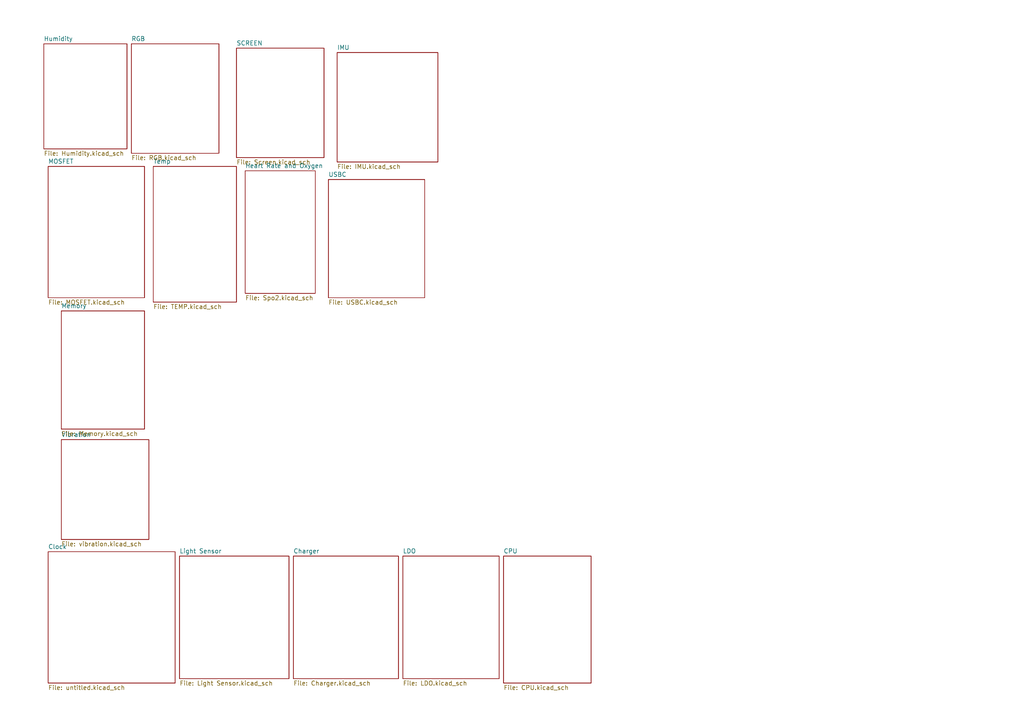
<source format=kicad_sch>
(kicad_sch
	(version 20250114)
	(generator "eeschema")
	(generator_version "9.0")
	(uuid "52181fb0-1be8-41da-83b2-7d5a62778ff4")
	(paper "A4")
	(lib_symbols)
	(sheet
		(at 44.45 48.26)
		(size 24.13 39.37)
		(exclude_from_sim no)
		(in_bom yes)
		(on_board yes)
		(dnp no)
		(fields_autoplaced yes)
		(stroke
			(width 0.1524)
			(type solid)
		)
		(fill
			(color 0 0 0 0.0000)
		)
		(uuid "01b5dd88-d733-4c4b-897c-9901ed06fbc3")
		(property "Sheetname" "Temp"
			(at 44.45 47.5484 0)
			(effects
				(font
					(size 1.27 1.27)
				)
				(justify left bottom)
			)
		)
		(property "Sheetfile" "TEMP.kicad_sch"
			(at 44.45 88.2146 0)
			(effects
				(font
					(size 1.27 1.27)
				)
				(justify left top)
			)
		)
		(instances
			(project "Smarter Watch Stuff"
				(path "/52181fb0-1be8-41da-83b2-7d5a62778ff4"
					(page "10")
				)
			)
		)
	)
	(sheet
		(at 13.97 160.02)
		(size 36.83 38.1)
		(exclude_from_sim no)
		(in_bom yes)
		(on_board yes)
		(dnp no)
		(fields_autoplaced yes)
		(stroke
			(width 0.1524)
			(type solid)
		)
		(fill
			(color 0 0 0 0.0000)
		)
		(uuid "2f0b09c8-b4cf-4f8b-b6e9-0daae63785e2")
		(property "Sheetname" "Clock"
			(at 13.97 159.3084 0)
			(effects
				(font
					(size 1.27 1.27)
				)
				(justify left bottom)
			)
		)
		(property "Sheetfile" "untitled.kicad_sch"
			(at 13.97 198.7046 0)
			(effects
				(font
					(size 1.27 1.27)
				)
				(justify left top)
			)
		)
		(instances
			(project "Smarter Watch Stuff"
				(path "/52181fb0-1be8-41da-83b2-7d5a62778ff4"
					(page "2")
				)
			)
		)
	)
	(sheet
		(at 12.7 12.7)
		(size 24.13 30.48)
		(exclude_from_sim no)
		(in_bom yes)
		(on_board yes)
		(dnp no)
		(fields_autoplaced yes)
		(stroke
			(width 0.1524)
			(type solid)
		)
		(fill
			(color 0 0 0 0.0000)
		)
		(uuid "32cbc301-99d8-4fa0-b16c-40efe0d038ae")
		(property "Sheetname" "Humidity"
			(at 12.7 11.9884 0)
			(effects
				(font
					(size 1.27 1.27)
				)
				(justify left bottom)
			)
		)
		(property "Sheetfile" "Humidity.kicad_sch"
			(at 12.7 43.7646 0)
			(effects
				(font
					(size 1.27 1.27)
				)
				(justify left top)
			)
		)
		(instances
			(project "Smarter Watch Stuff"
				(path "/52181fb0-1be8-41da-83b2-7d5a62778ff4"
					(page "7")
				)
			)
		)
	)
	(sheet
		(at 17.78 127.508)
		(size 25.4 28.956)
		(exclude_from_sim no)
		(in_bom yes)
		(on_board yes)
		(dnp no)
		(fields_autoplaced yes)
		(stroke
			(width 0.1524)
			(type solid)
		)
		(fill
			(color 0 0 0 0.0000)
		)
		(uuid "4391aa75-64c4-4f2b-91f2-dcfd546de819")
		(property "Sheetname" "Vibration"
			(at 17.78 126.7964 0)
			(effects
				(font
					(size 1.27 1.27)
				)
				(justify left bottom)
			)
		)
		(property "Sheetfile" "vibration.kicad_sch"
			(at 17.78 157.0486 0)
			(effects
				(font
					(size 1.27 1.27)
				)
				(justify left top)
			)
		)
		(instances
			(project "Smarter Watch Stuff"
				(path "/52181fb0-1be8-41da-83b2-7d5a62778ff4"
					(page "16")
				)
			)
		)
	)
	(sheet
		(at 13.97 48.26)
		(size 27.94 38.1)
		(exclude_from_sim no)
		(in_bom yes)
		(on_board yes)
		(dnp no)
		(fields_autoplaced yes)
		(stroke
			(width 0.1524)
			(type solid)
		)
		(fill
			(color 0 0 0 0.0000)
		)
		(uuid "4e6e0c31-a114-41a6-91d2-e39a92f1b389")
		(property "Sheetname" "MOSFET"
			(at 13.97 47.5484 0)
			(effects
				(font
					(size 1.27 1.27)
				)
				(justify left bottom)
			)
		)
		(property "Sheetfile" "MOSFET.kicad_sch"
			(at 13.97 86.9446 0)
			(effects
				(font
					(size 1.27 1.27)
				)
				(justify left top)
			)
		)
		(instances
			(project "Smarter Watch Stuff"
				(path "/52181fb0-1be8-41da-83b2-7d5a62778ff4"
					(page "9")
				)
			)
		)
	)
	(sheet
		(at 38.1 12.7)
		(size 25.4 31.75)
		(exclude_from_sim no)
		(in_bom yes)
		(on_board yes)
		(dnp no)
		(fields_autoplaced yes)
		(stroke
			(width 0.1524)
			(type solid)
		)
		(fill
			(color 0 0 0 0.0000)
		)
		(uuid "6c8c7d50-1ba8-4a5e-9463-25cd8988433c")
		(property "Sheetname" "RGB"
			(at 38.1 11.9884 0)
			(effects
				(font
					(size 1.27 1.27)
				)
				(justify left bottom)
			)
		)
		(property "Sheetfile" "RGB.kicad_sch"
			(at 38.1 45.0346 0)
			(effects
				(font
					(size 1.27 1.27)
				)
				(justify left top)
			)
		)
		(instances
			(project "Smarter Watch Stuff"
				(path "/52181fb0-1be8-41da-83b2-7d5a62778ff4"
					(page "8")
				)
			)
		)
	)
	(sheet
		(at 68.58 13.97)
		(size 25.4 31.75)
		(exclude_from_sim no)
		(in_bom yes)
		(on_board yes)
		(dnp no)
		(fields_autoplaced yes)
		(stroke
			(width 0.1524)
			(type solid)
		)
		(fill
			(color 0 0 0 0.0000)
		)
		(uuid "77892699-573d-4088-8620-7e57ff64f2e6")
		(property "Sheetname" "SCREEN"
			(at 68.58 13.2584 0)
			(effects
				(font
					(size 1.27 1.27)
				)
				(justify left bottom)
			)
		)
		(property "Sheetfile" "Screen.kicad_sch"
			(at 68.58 46.3046 0)
			(effects
				(font
					(size 1.27 1.27)
				)
				(justify left top)
			)
		)
		(instances
			(project "Smarter Watch Stuff"
				(path "/52181fb0-1be8-41da-83b2-7d5a62778ff4"
					(page "11")
				)
			)
		)
	)
	(sheet
		(at 97.79 15.24)
		(size 29.21 31.75)
		(exclude_from_sim no)
		(in_bom yes)
		(on_board yes)
		(dnp no)
		(fields_autoplaced yes)
		(stroke
			(width 0.1524)
			(type solid)
		)
		(fill
			(color 0 0 0 0.0000)
		)
		(uuid "803fb00a-057d-4ee2-baeb-1579b9152d17")
		(property "Sheetname" "IMU"
			(at 97.79 14.5284 0)
			(effects
				(font
					(size 1.27 1.27)
				)
				(justify left bottom)
			)
		)
		(property "Sheetfile" "IMU.kicad_sch"
			(at 97.79 47.5746 0)
			(effects
				(font
					(size 1.27 1.27)
				)
				(justify left top)
			)
		)
		(instances
			(project "Smarter Watch Stuff"
				(path "/52181fb0-1be8-41da-83b2-7d5a62778ff4"
					(page "13")
				)
			)
		)
	)
	(sheet
		(at 146.05 161.29)
		(size 25.4 36.83)
		(exclude_from_sim no)
		(in_bom yes)
		(on_board yes)
		(dnp no)
		(fields_autoplaced yes)
		(stroke
			(width 0.1524)
			(type solid)
		)
		(fill
			(color 0 0 0 0.0000)
		)
		(uuid "a00a754a-aed5-4908-97a0-bc1d443d4203")
		(property "Sheetname" "CPU"
			(at 146.05 160.5784 0)
			(effects
				(font
					(size 1.27 1.27)
				)
				(justify left bottom)
			)
		)
		(property "Sheetfile" "CPU.kicad_sch"
			(at 146.05 198.7046 0)
			(effects
				(font
					(size 1.27 1.27)
				)
				(justify left top)
			)
		)
		(instances
			(project "Smarter Watch Stuff"
				(path "/52181fb0-1be8-41da-83b2-7d5a62778ff4"
					(page "6")
				)
			)
		)
	)
	(sheet
		(at 116.84 161.29)
		(size 27.94 35.56)
		(exclude_from_sim no)
		(in_bom yes)
		(on_board yes)
		(dnp no)
		(fields_autoplaced yes)
		(stroke
			(width 0.1524)
			(type solid)
		)
		(fill
			(color 0 0 0 0.0000)
		)
		(uuid "a81d0056-8f62-4a8c-9881-76225b75ad2c")
		(property "Sheetname" "LDO"
			(at 116.84 160.5784 0)
			(effects
				(font
					(size 1.27 1.27)
				)
				(justify left bottom)
			)
		)
		(property "Sheetfile" "LDO.kicad_sch"
			(at 116.84 197.4346 0)
			(effects
				(font
					(size 1.27 1.27)
				)
				(justify left top)
			)
		)
		(instances
			(project "Smarter Watch Stuff"
				(path "/52181fb0-1be8-41da-83b2-7d5a62778ff4"
					(page "5")
				)
			)
		)
	)
	(sheet
		(at 95.25 52.07)
		(size 27.94 34.29)
		(exclude_from_sim no)
		(in_bom yes)
		(on_board yes)
		(dnp no)
		(fields_autoplaced yes)
		(stroke
			(width 0.1524)
			(type solid)
		)
		(fill
			(color 0 0 0 0.0000)
		)
		(uuid "cfac10be-be17-4cdb-a849-9d1c07b85e1a")
		(property "Sheetname" "USBC"
			(at 95.25 51.3584 0)
			(effects
				(font
					(size 1.27 1.27)
				)
				(justify left bottom)
			)
		)
		(property "Sheetfile" "USBC.kicad_sch"
			(at 95.25 86.9446 0)
			(effects
				(font
					(size 1.27 1.27)
				)
				(justify left top)
			)
		)
		(instances
			(project "Smarter Watch Stuff"
				(path "/52181fb0-1be8-41da-83b2-7d5a62778ff4"
					(page "14")
				)
			)
		)
	)
	(sheet
		(at 17.78 90.17)
		(size 24.13 34.29)
		(exclude_from_sim no)
		(in_bom yes)
		(on_board yes)
		(dnp no)
		(fields_autoplaced yes)
		(stroke
			(width 0.1524)
			(type solid)
		)
		(fill
			(color 0 0 0 0.0000)
		)
		(uuid "d294410d-228e-40f6-af22-786adbb6924d")
		(property "Sheetname" "Memory"
			(at 17.78 89.4584 0)
			(effects
				(font
					(size 1.27 1.27)
				)
				(justify left bottom)
			)
		)
		(property "Sheetfile" "Memory.kicad_sch"
			(at 17.78 125.0446 0)
			(effects
				(font
					(size 1.27 1.27)
				)
				(justify left top)
			)
		)
		(instances
			(project "Smarter Watch Stuff"
				(path "/52181fb0-1be8-41da-83b2-7d5a62778ff4"
					(page "15")
				)
			)
		)
	)
	(sheet
		(at 85.09 161.29)
		(size 30.48 35.56)
		(exclude_from_sim no)
		(in_bom yes)
		(on_board yes)
		(dnp no)
		(fields_autoplaced yes)
		(stroke
			(width 0.1524)
			(type solid)
		)
		(fill
			(color 0 0 0 0.0000)
		)
		(uuid "d387adec-aae0-473e-aca8-cc8cb50531b2")
		(property "Sheetname" "Charger"
			(at 85.09 160.5784 0)
			(effects
				(font
					(size 1.27 1.27)
				)
				(justify left bottom)
			)
		)
		(property "Sheetfile" "Charger.kicad_sch"
			(at 85.09 197.4346 0)
			(effects
				(font
					(size 1.27 1.27)
				)
				(justify left top)
			)
		)
		(instances
			(project "Smarter Watch Stuff"
				(path "/52181fb0-1be8-41da-83b2-7d5a62778ff4"
					(page "4")
				)
			)
		)
	)
	(sheet
		(at 71.12 49.53)
		(size 20.32 35.56)
		(exclude_from_sim no)
		(in_bom yes)
		(on_board yes)
		(dnp no)
		(fields_autoplaced yes)
		(stroke
			(width 0.1524)
			(type solid)
		)
		(fill
			(color 0 0 0 0.0000)
		)
		(uuid "ede32b43-0075-4e9b-9527-55f10148fcb6")
		(property "Sheetname" "Heart Rate and Oxygen"
			(at 71.12 48.8184 0)
			(effects
				(font
					(size 1.27 1.27)
				)
				(justify left bottom)
			)
		)
		(property "Sheetfile" "Spo2.kicad_sch"
			(at 71.12 85.6746 0)
			(effects
				(font
					(size 1.27 1.27)
				)
				(justify left top)
			)
		)
		(instances
			(project "Smarter Watch Stuff"
				(path "/52181fb0-1be8-41da-83b2-7d5a62778ff4"
					(page "12")
				)
			)
		)
	)
	(sheet
		(at 52.07 161.29)
		(size 31.75 35.56)
		(exclude_from_sim no)
		(in_bom yes)
		(on_board yes)
		(dnp no)
		(fields_autoplaced yes)
		(stroke
			(width 0.1524)
			(type solid)
		)
		(fill
			(color 0 0 0 0.0000)
		)
		(uuid "ff37529c-7f13-4764-a7bc-f886fcded995")
		(property "Sheetname" "Light Sensor"
			(at 52.07 160.5784 0)
			(effects
				(font
					(size 1.27 1.27)
				)
				(justify left bottom)
			)
		)
		(property "Sheetfile" "Light Sensor.kicad_sch"
			(at 52.07 197.4346 0)
			(effects
				(font
					(size 1.27 1.27)
				)
				(justify left top)
			)
		)
		(instances
			(project "Smarter Watch Stuff"
				(path "/52181fb0-1be8-41da-83b2-7d5a62778ff4"
					(page "3")
				)
			)
		)
	)
	(sheet_instances
		(path "/"
			(page "1")
		)
	)
	(embedded_fonts no)
)

</source>
